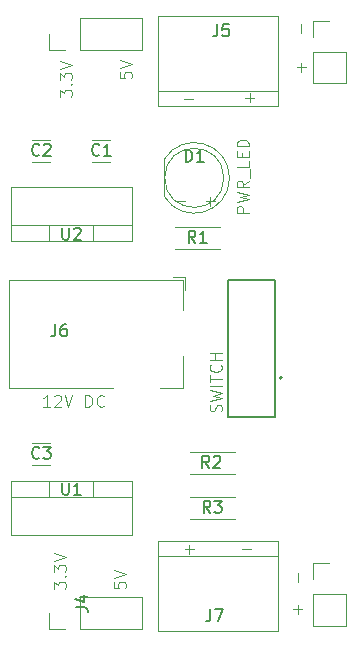
<source format=gbr>
%TF.GenerationSoftware,KiCad,Pcbnew,9.0.3*%
%TF.CreationDate,2025-07-16T16:29:30-04:00*%
%TF.ProjectId,Breadboard_Power_Supply,42726561-6462-46f6-9172-645f506f7765,rev?*%
%TF.SameCoordinates,Original*%
%TF.FileFunction,Legend,Top*%
%TF.FilePolarity,Positive*%
%FSLAX46Y46*%
G04 Gerber Fmt 4.6, Leading zero omitted, Abs format (unit mm)*
G04 Created by KiCad (PCBNEW 9.0.3) date 2025-07-16 16:29:30*
%MOMM*%
%LPD*%
G01*
G04 APERTURE LIST*
%ADD10C,0.100000*%
%ADD11C,0.150000*%
%ADD12C,0.120000*%
%ADD13C,0.127000*%
%ADD14C,0.200000*%
G04 APERTURE END LIST*
D10*
X122477884Y-101345466D02*
X123239789Y-101345466D01*
X122858836Y-101726419D02*
X122858836Y-100964514D01*
X125554800Y-89659734D02*
X125602419Y-89516877D01*
X125602419Y-89516877D02*
X125602419Y-89278782D01*
X125602419Y-89278782D02*
X125554800Y-89183544D01*
X125554800Y-89183544D02*
X125507180Y-89135925D01*
X125507180Y-89135925D02*
X125411942Y-89088306D01*
X125411942Y-89088306D02*
X125316704Y-89088306D01*
X125316704Y-89088306D02*
X125221466Y-89135925D01*
X125221466Y-89135925D02*
X125173847Y-89183544D01*
X125173847Y-89183544D02*
X125126228Y-89278782D01*
X125126228Y-89278782D02*
X125078609Y-89469258D01*
X125078609Y-89469258D02*
X125030990Y-89564496D01*
X125030990Y-89564496D02*
X124983371Y-89612115D01*
X124983371Y-89612115D02*
X124888133Y-89659734D01*
X124888133Y-89659734D02*
X124792895Y-89659734D01*
X124792895Y-89659734D02*
X124697657Y-89612115D01*
X124697657Y-89612115D02*
X124650038Y-89564496D01*
X124650038Y-89564496D02*
X124602419Y-89469258D01*
X124602419Y-89469258D02*
X124602419Y-89231163D01*
X124602419Y-89231163D02*
X124650038Y-89088306D01*
X124602419Y-88754972D02*
X125602419Y-88516877D01*
X125602419Y-88516877D02*
X124888133Y-88326401D01*
X124888133Y-88326401D02*
X125602419Y-88135925D01*
X125602419Y-88135925D02*
X124602419Y-87897830D01*
X125602419Y-87516877D02*
X124602419Y-87516877D01*
X124602419Y-87183544D02*
X124602419Y-86612116D01*
X125602419Y-86897830D02*
X124602419Y-86897830D01*
X125507180Y-85707354D02*
X125554800Y-85754973D01*
X125554800Y-85754973D02*
X125602419Y-85897830D01*
X125602419Y-85897830D02*
X125602419Y-85993068D01*
X125602419Y-85993068D02*
X125554800Y-86135925D01*
X125554800Y-86135925D02*
X125459561Y-86231163D01*
X125459561Y-86231163D02*
X125364323Y-86278782D01*
X125364323Y-86278782D02*
X125173847Y-86326401D01*
X125173847Y-86326401D02*
X125030990Y-86326401D01*
X125030990Y-86326401D02*
X124840514Y-86278782D01*
X124840514Y-86278782D02*
X124745276Y-86231163D01*
X124745276Y-86231163D02*
X124650038Y-86135925D01*
X124650038Y-86135925D02*
X124602419Y-85993068D01*
X124602419Y-85993068D02*
X124602419Y-85897830D01*
X124602419Y-85897830D02*
X124650038Y-85754973D01*
X124650038Y-85754973D02*
X124697657Y-85707354D01*
X125602419Y-85278782D02*
X124602419Y-85278782D01*
X125078609Y-85278782D02*
X125078609Y-84707354D01*
X125602419Y-84707354D02*
X124602419Y-84707354D01*
X116982419Y-60941925D02*
X116982419Y-61418115D01*
X116982419Y-61418115D02*
X117458609Y-61465734D01*
X117458609Y-61465734D02*
X117410990Y-61418115D01*
X117410990Y-61418115D02*
X117363371Y-61322877D01*
X117363371Y-61322877D02*
X117363371Y-61084782D01*
X117363371Y-61084782D02*
X117410990Y-60989544D01*
X117410990Y-60989544D02*
X117458609Y-60941925D01*
X117458609Y-60941925D02*
X117553847Y-60894306D01*
X117553847Y-60894306D02*
X117791942Y-60894306D01*
X117791942Y-60894306D02*
X117887180Y-60941925D01*
X117887180Y-60941925D02*
X117934800Y-60989544D01*
X117934800Y-60989544D02*
X117982419Y-61084782D01*
X117982419Y-61084782D02*
X117982419Y-61322877D01*
X117982419Y-61322877D02*
X117934800Y-61418115D01*
X117934800Y-61418115D02*
X117887180Y-61465734D01*
X116982419Y-60608591D02*
X117982419Y-60275258D01*
X117982419Y-60275258D02*
X116982419Y-59941925D01*
X127303884Y-101345466D02*
X128065789Y-101345466D01*
X121715884Y-71886966D02*
X122477789Y-71886966D01*
X131683337Y-106425466D02*
X132445242Y-106425466D01*
X132064289Y-106806419D02*
X132064289Y-106044514D01*
X111902419Y-63037353D02*
X111902419Y-62418306D01*
X111902419Y-62418306D02*
X112283371Y-62751639D01*
X112283371Y-62751639D02*
X112283371Y-62608782D01*
X112283371Y-62608782D02*
X112330990Y-62513544D01*
X112330990Y-62513544D02*
X112378609Y-62465925D01*
X112378609Y-62465925D02*
X112473847Y-62418306D01*
X112473847Y-62418306D02*
X112711942Y-62418306D01*
X112711942Y-62418306D02*
X112807180Y-62465925D01*
X112807180Y-62465925D02*
X112854800Y-62513544D01*
X112854800Y-62513544D02*
X112902419Y-62608782D01*
X112902419Y-62608782D02*
X112902419Y-62894496D01*
X112902419Y-62894496D02*
X112854800Y-62989734D01*
X112854800Y-62989734D02*
X112807180Y-63037353D01*
X112807180Y-61989734D02*
X112854800Y-61942115D01*
X112854800Y-61942115D02*
X112902419Y-61989734D01*
X112902419Y-61989734D02*
X112854800Y-62037353D01*
X112854800Y-62037353D02*
X112807180Y-61989734D01*
X112807180Y-61989734D02*
X112902419Y-61989734D01*
X111902419Y-61608782D02*
X111902419Y-60989735D01*
X111902419Y-60989735D02*
X112283371Y-61323068D01*
X112283371Y-61323068D02*
X112283371Y-61180211D01*
X112283371Y-61180211D02*
X112330990Y-61084973D01*
X112330990Y-61084973D02*
X112378609Y-61037354D01*
X112378609Y-61037354D02*
X112473847Y-60989735D01*
X112473847Y-60989735D02*
X112711942Y-60989735D01*
X112711942Y-60989735D02*
X112807180Y-61037354D01*
X112807180Y-61037354D02*
X112854800Y-61084973D01*
X112854800Y-61084973D02*
X112902419Y-61180211D01*
X112902419Y-61180211D02*
X112902419Y-61465925D01*
X112902419Y-61465925D02*
X112854800Y-61561163D01*
X112854800Y-61561163D02*
X112807180Y-61608782D01*
X111902419Y-60704020D02*
X112902419Y-60370687D01*
X112902419Y-60370687D02*
X111902419Y-60037354D01*
X132333466Y-57608115D02*
X132333466Y-56846211D01*
X111394419Y-104693353D02*
X111394419Y-104074306D01*
X111394419Y-104074306D02*
X111775371Y-104407639D01*
X111775371Y-104407639D02*
X111775371Y-104264782D01*
X111775371Y-104264782D02*
X111822990Y-104169544D01*
X111822990Y-104169544D02*
X111870609Y-104121925D01*
X111870609Y-104121925D02*
X111965847Y-104074306D01*
X111965847Y-104074306D02*
X112203942Y-104074306D01*
X112203942Y-104074306D02*
X112299180Y-104121925D01*
X112299180Y-104121925D02*
X112346800Y-104169544D01*
X112346800Y-104169544D02*
X112394419Y-104264782D01*
X112394419Y-104264782D02*
X112394419Y-104550496D01*
X112394419Y-104550496D02*
X112346800Y-104645734D01*
X112346800Y-104645734D02*
X112299180Y-104693353D01*
X112299180Y-103645734D02*
X112346800Y-103598115D01*
X112346800Y-103598115D02*
X112394419Y-103645734D01*
X112394419Y-103645734D02*
X112346800Y-103693353D01*
X112346800Y-103693353D02*
X112299180Y-103645734D01*
X112299180Y-103645734D02*
X112394419Y-103645734D01*
X111394419Y-103264782D02*
X111394419Y-102645735D01*
X111394419Y-102645735D02*
X111775371Y-102979068D01*
X111775371Y-102979068D02*
X111775371Y-102836211D01*
X111775371Y-102836211D02*
X111822990Y-102740973D01*
X111822990Y-102740973D02*
X111870609Y-102693354D01*
X111870609Y-102693354D02*
X111965847Y-102645735D01*
X111965847Y-102645735D02*
X112203942Y-102645735D01*
X112203942Y-102645735D02*
X112299180Y-102693354D01*
X112299180Y-102693354D02*
X112346800Y-102740973D01*
X112346800Y-102740973D02*
X112394419Y-102836211D01*
X112394419Y-102836211D02*
X112394419Y-103121925D01*
X112394419Y-103121925D02*
X112346800Y-103217163D01*
X112346800Y-103217163D02*
X112299180Y-103264782D01*
X111394419Y-102360020D02*
X112394419Y-102026687D01*
X112394419Y-102026687D02*
X111394419Y-101693354D01*
X127982424Y-63495615D02*
X127982424Y-62733711D01*
X128363377Y-63114663D02*
X127601472Y-63114663D01*
X127888419Y-72848115D02*
X126888419Y-72848115D01*
X126888419Y-72848115D02*
X126888419Y-72467163D01*
X126888419Y-72467163D02*
X126936038Y-72371925D01*
X126936038Y-72371925D02*
X126983657Y-72324306D01*
X126983657Y-72324306D02*
X127078895Y-72276687D01*
X127078895Y-72276687D02*
X127221752Y-72276687D01*
X127221752Y-72276687D02*
X127316990Y-72324306D01*
X127316990Y-72324306D02*
X127364609Y-72371925D01*
X127364609Y-72371925D02*
X127412228Y-72467163D01*
X127412228Y-72467163D02*
X127412228Y-72848115D01*
X126888419Y-71943353D02*
X127888419Y-71705258D01*
X127888419Y-71705258D02*
X127174133Y-71514782D01*
X127174133Y-71514782D02*
X127888419Y-71324306D01*
X127888419Y-71324306D02*
X126888419Y-71086211D01*
X127888419Y-70133830D02*
X127412228Y-70467163D01*
X127888419Y-70705258D02*
X126888419Y-70705258D01*
X126888419Y-70705258D02*
X126888419Y-70324306D01*
X126888419Y-70324306D02*
X126936038Y-70229068D01*
X126936038Y-70229068D02*
X126983657Y-70181449D01*
X126983657Y-70181449D02*
X127078895Y-70133830D01*
X127078895Y-70133830D02*
X127221752Y-70133830D01*
X127221752Y-70133830D02*
X127316990Y-70181449D01*
X127316990Y-70181449D02*
X127364609Y-70229068D01*
X127364609Y-70229068D02*
X127412228Y-70324306D01*
X127412228Y-70324306D02*
X127412228Y-70705258D01*
X127983657Y-69943354D02*
X127983657Y-69181449D01*
X127888419Y-68467163D02*
X127888419Y-68943353D01*
X127888419Y-68943353D02*
X126888419Y-68943353D01*
X127364609Y-68133829D02*
X127364609Y-67800496D01*
X127888419Y-67657639D02*
X127888419Y-68133829D01*
X127888419Y-68133829D02*
X126888419Y-68133829D01*
X126888419Y-68133829D02*
X126888419Y-67657639D01*
X127888419Y-67229067D02*
X126888419Y-67229067D01*
X126888419Y-67229067D02*
X126888419Y-66990972D01*
X126888419Y-66990972D02*
X126936038Y-66848115D01*
X126936038Y-66848115D02*
X127031276Y-66752877D01*
X127031276Y-66752877D02*
X127126514Y-66705258D01*
X127126514Y-66705258D02*
X127316990Y-66657639D01*
X127316990Y-66657639D02*
X127459847Y-66657639D01*
X127459847Y-66657639D02*
X127650323Y-66705258D01*
X127650323Y-66705258D02*
X127745561Y-66752877D01*
X127745561Y-66752877D02*
X127840800Y-66848115D01*
X127840800Y-66848115D02*
X127888419Y-66990972D01*
X127888419Y-66990972D02*
X127888419Y-67229067D01*
X123140115Y-63246533D02*
X122378211Y-63246533D01*
X111063693Y-89280419D02*
X110492265Y-89280419D01*
X110777979Y-89280419D02*
X110777979Y-88280419D01*
X110777979Y-88280419D02*
X110682741Y-88423276D01*
X110682741Y-88423276D02*
X110587503Y-88518514D01*
X110587503Y-88518514D02*
X110492265Y-88566133D01*
X111444646Y-88375657D02*
X111492265Y-88328038D01*
X111492265Y-88328038D02*
X111587503Y-88280419D01*
X111587503Y-88280419D02*
X111825598Y-88280419D01*
X111825598Y-88280419D02*
X111920836Y-88328038D01*
X111920836Y-88328038D02*
X111968455Y-88375657D01*
X111968455Y-88375657D02*
X112016074Y-88470895D01*
X112016074Y-88470895D02*
X112016074Y-88566133D01*
X112016074Y-88566133D02*
X111968455Y-88708990D01*
X111968455Y-88708990D02*
X111397027Y-89280419D01*
X111397027Y-89280419D02*
X112016074Y-89280419D01*
X112301789Y-88280419D02*
X112635122Y-89280419D01*
X112635122Y-89280419D02*
X112968455Y-88280419D01*
X114063694Y-89280419D02*
X114063694Y-88280419D01*
X114063694Y-88280419D02*
X114301789Y-88280419D01*
X114301789Y-88280419D02*
X114444646Y-88328038D01*
X114444646Y-88328038D02*
X114539884Y-88423276D01*
X114539884Y-88423276D02*
X114587503Y-88518514D01*
X114587503Y-88518514D02*
X114635122Y-88708990D01*
X114635122Y-88708990D02*
X114635122Y-88851847D01*
X114635122Y-88851847D02*
X114587503Y-89042323D01*
X114587503Y-89042323D02*
X114539884Y-89137561D01*
X114539884Y-89137561D02*
X114444646Y-89232800D01*
X114444646Y-89232800D02*
X114301789Y-89280419D01*
X114301789Y-89280419D02*
X114063694Y-89280419D01*
X115635122Y-89185180D02*
X115587503Y-89232800D01*
X115587503Y-89232800D02*
X115444646Y-89280419D01*
X115444646Y-89280419D02*
X115349408Y-89280419D01*
X115349408Y-89280419D02*
X115206551Y-89232800D01*
X115206551Y-89232800D02*
X115111313Y-89137561D01*
X115111313Y-89137561D02*
X115063694Y-89042323D01*
X115063694Y-89042323D02*
X115016075Y-88851847D01*
X115016075Y-88851847D02*
X115016075Y-88708990D01*
X115016075Y-88708990D02*
X115063694Y-88518514D01*
X115063694Y-88518514D02*
X115111313Y-88423276D01*
X115111313Y-88423276D02*
X115206551Y-88328038D01*
X115206551Y-88328038D02*
X115349408Y-88280419D01*
X115349408Y-88280419D02*
X115444646Y-88280419D01*
X115444646Y-88280419D02*
X115587503Y-88328038D01*
X115587503Y-88328038D02*
X115635122Y-88375657D01*
X132079466Y-104090115D02*
X132079466Y-103328211D01*
X124255884Y-71886966D02*
X125017789Y-71886966D01*
X124636836Y-72267919D02*
X124636836Y-71506014D01*
X116474419Y-104121925D02*
X116474419Y-104598115D01*
X116474419Y-104598115D02*
X116950609Y-104645734D01*
X116950609Y-104645734D02*
X116902990Y-104598115D01*
X116902990Y-104598115D02*
X116855371Y-104502877D01*
X116855371Y-104502877D02*
X116855371Y-104264782D01*
X116855371Y-104264782D02*
X116902990Y-104169544D01*
X116902990Y-104169544D02*
X116950609Y-104121925D01*
X116950609Y-104121925D02*
X117045847Y-104074306D01*
X117045847Y-104074306D02*
X117283942Y-104074306D01*
X117283942Y-104074306D02*
X117379180Y-104121925D01*
X117379180Y-104121925D02*
X117426800Y-104169544D01*
X117426800Y-104169544D02*
X117474419Y-104264782D01*
X117474419Y-104264782D02*
X117474419Y-104502877D01*
X117474419Y-104502877D02*
X117426800Y-104598115D01*
X117426800Y-104598115D02*
X117379180Y-104645734D01*
X116474419Y-103788591D02*
X117474419Y-103455258D01*
X117474419Y-103455258D02*
X116474419Y-103121925D01*
X132333466Y-60910115D02*
X132333466Y-60148211D01*
X132714419Y-60529163D02*
X131952514Y-60529163D01*
D11*
X115245333Y-67923580D02*
X115197714Y-67971200D01*
X115197714Y-67971200D02*
X115054857Y-68018819D01*
X115054857Y-68018819D02*
X114959619Y-68018819D01*
X114959619Y-68018819D02*
X114816762Y-67971200D01*
X114816762Y-67971200D02*
X114721524Y-67875961D01*
X114721524Y-67875961D02*
X114673905Y-67780723D01*
X114673905Y-67780723D02*
X114626286Y-67590247D01*
X114626286Y-67590247D02*
X114626286Y-67447390D01*
X114626286Y-67447390D02*
X114673905Y-67256914D01*
X114673905Y-67256914D02*
X114721524Y-67161676D01*
X114721524Y-67161676D02*
X114816762Y-67066438D01*
X114816762Y-67066438D02*
X114959619Y-67018819D01*
X114959619Y-67018819D02*
X115054857Y-67018819D01*
X115054857Y-67018819D02*
X115197714Y-67066438D01*
X115197714Y-67066438D02*
X115245333Y-67114057D01*
X116197714Y-68018819D02*
X115626286Y-68018819D01*
X115912000Y-68018819D02*
X115912000Y-67018819D01*
X115912000Y-67018819D02*
X115816762Y-67161676D01*
X115816762Y-67161676D02*
X115721524Y-67256914D01*
X115721524Y-67256914D02*
X115626286Y-67304533D01*
X124651332Y-106434319D02*
X124651332Y-107148604D01*
X124651332Y-107148604D02*
X124603713Y-107291461D01*
X124603713Y-107291461D02*
X124508475Y-107386700D01*
X124508475Y-107386700D02*
X124365618Y-107434319D01*
X124365618Y-107434319D02*
X124270380Y-107434319D01*
X125032285Y-106434319D02*
X125698951Y-106434319D01*
X125698951Y-106434319D02*
X125270380Y-107434319D01*
X123368333Y-75384819D02*
X123035000Y-74908628D01*
X122796905Y-75384819D02*
X122796905Y-74384819D01*
X122796905Y-74384819D02*
X123177857Y-74384819D01*
X123177857Y-74384819D02*
X123273095Y-74432438D01*
X123273095Y-74432438D02*
X123320714Y-74480057D01*
X123320714Y-74480057D02*
X123368333Y-74575295D01*
X123368333Y-74575295D02*
X123368333Y-74718152D01*
X123368333Y-74718152D02*
X123320714Y-74813390D01*
X123320714Y-74813390D02*
X123273095Y-74861009D01*
X123273095Y-74861009D02*
X123177857Y-74908628D01*
X123177857Y-74908628D02*
X122796905Y-74908628D01*
X124320714Y-75384819D02*
X123749286Y-75384819D01*
X124035000Y-75384819D02*
X124035000Y-74384819D01*
X124035000Y-74384819D02*
X123939762Y-74527676D01*
X123939762Y-74527676D02*
X123844524Y-74622914D01*
X123844524Y-74622914D02*
X123749286Y-74670533D01*
X124643333Y-98244819D02*
X124310000Y-97768628D01*
X124071905Y-98244819D02*
X124071905Y-97244819D01*
X124071905Y-97244819D02*
X124452857Y-97244819D01*
X124452857Y-97244819D02*
X124548095Y-97292438D01*
X124548095Y-97292438D02*
X124595714Y-97340057D01*
X124595714Y-97340057D02*
X124643333Y-97435295D01*
X124643333Y-97435295D02*
X124643333Y-97578152D01*
X124643333Y-97578152D02*
X124595714Y-97673390D01*
X124595714Y-97673390D02*
X124548095Y-97721009D01*
X124548095Y-97721009D02*
X124452857Y-97768628D01*
X124452857Y-97768628D02*
X124071905Y-97768628D01*
X124976667Y-97244819D02*
X125595714Y-97244819D01*
X125595714Y-97244819D02*
X125262381Y-97625771D01*
X125262381Y-97625771D02*
X125405238Y-97625771D01*
X125405238Y-97625771D02*
X125500476Y-97673390D01*
X125500476Y-97673390D02*
X125548095Y-97721009D01*
X125548095Y-97721009D02*
X125595714Y-97816247D01*
X125595714Y-97816247D02*
X125595714Y-98054342D01*
X125595714Y-98054342D02*
X125548095Y-98149580D01*
X125548095Y-98149580D02*
X125500476Y-98197200D01*
X125500476Y-98197200D02*
X125405238Y-98244819D01*
X125405238Y-98244819D02*
X125119524Y-98244819D01*
X125119524Y-98244819D02*
X125024286Y-98197200D01*
X125024286Y-98197200D02*
X124976667Y-98149580D01*
X110165333Y-67923580D02*
X110117714Y-67971200D01*
X110117714Y-67971200D02*
X109974857Y-68018819D01*
X109974857Y-68018819D02*
X109879619Y-68018819D01*
X109879619Y-68018819D02*
X109736762Y-67971200D01*
X109736762Y-67971200D02*
X109641524Y-67875961D01*
X109641524Y-67875961D02*
X109593905Y-67780723D01*
X109593905Y-67780723D02*
X109546286Y-67590247D01*
X109546286Y-67590247D02*
X109546286Y-67447390D01*
X109546286Y-67447390D02*
X109593905Y-67256914D01*
X109593905Y-67256914D02*
X109641524Y-67161676D01*
X109641524Y-67161676D02*
X109736762Y-67066438D01*
X109736762Y-67066438D02*
X109879619Y-67018819D01*
X109879619Y-67018819D02*
X109974857Y-67018819D01*
X109974857Y-67018819D02*
X110117714Y-67066438D01*
X110117714Y-67066438D02*
X110165333Y-67114057D01*
X110546286Y-67114057D02*
X110593905Y-67066438D01*
X110593905Y-67066438D02*
X110689143Y-67018819D01*
X110689143Y-67018819D02*
X110927238Y-67018819D01*
X110927238Y-67018819D02*
X111022476Y-67066438D01*
X111022476Y-67066438D02*
X111070095Y-67114057D01*
X111070095Y-67114057D02*
X111117714Y-67209295D01*
X111117714Y-67209295D02*
X111117714Y-67304533D01*
X111117714Y-67304533D02*
X111070095Y-67447390D01*
X111070095Y-67447390D02*
X110498667Y-68018819D01*
X110498667Y-68018819D02*
X111117714Y-68018819D01*
X125238666Y-56904319D02*
X125238666Y-57618604D01*
X125238666Y-57618604D02*
X125191047Y-57761461D01*
X125191047Y-57761461D02*
X125095809Y-57856700D01*
X125095809Y-57856700D02*
X124952952Y-57904319D01*
X124952952Y-57904319D02*
X124857714Y-57904319D01*
X126191047Y-56904319D02*
X125714857Y-56904319D01*
X125714857Y-56904319D02*
X125667238Y-57380509D01*
X125667238Y-57380509D02*
X125714857Y-57332890D01*
X125714857Y-57332890D02*
X125810095Y-57285271D01*
X125810095Y-57285271D02*
X126048190Y-57285271D01*
X126048190Y-57285271D02*
X126143428Y-57332890D01*
X126143428Y-57332890D02*
X126191047Y-57380509D01*
X126191047Y-57380509D02*
X126238666Y-57475747D01*
X126238666Y-57475747D02*
X126238666Y-57713842D01*
X126238666Y-57713842D02*
X126191047Y-57809080D01*
X126191047Y-57809080D02*
X126143428Y-57856700D01*
X126143428Y-57856700D02*
X126048190Y-57904319D01*
X126048190Y-57904319D02*
X125810095Y-57904319D01*
X125810095Y-57904319D02*
X125714857Y-57856700D01*
X125714857Y-57856700D02*
X125667238Y-57809080D01*
X112110095Y-95720819D02*
X112110095Y-96530342D01*
X112110095Y-96530342D02*
X112157714Y-96625580D01*
X112157714Y-96625580D02*
X112205333Y-96673200D01*
X112205333Y-96673200D02*
X112300571Y-96720819D01*
X112300571Y-96720819D02*
X112491047Y-96720819D01*
X112491047Y-96720819D02*
X112586285Y-96673200D01*
X112586285Y-96673200D02*
X112633904Y-96625580D01*
X112633904Y-96625580D02*
X112681523Y-96530342D01*
X112681523Y-96530342D02*
X112681523Y-95720819D01*
X113681523Y-96720819D02*
X113110095Y-96720819D01*
X113395809Y-96720819D02*
X113395809Y-95720819D01*
X113395809Y-95720819D02*
X113300571Y-95863676D01*
X113300571Y-95863676D02*
X113205333Y-95958914D01*
X113205333Y-95958914D02*
X113110095Y-96006533D01*
X112110095Y-74130819D02*
X112110095Y-74940342D01*
X112110095Y-74940342D02*
X112157714Y-75035580D01*
X112157714Y-75035580D02*
X112205333Y-75083200D01*
X112205333Y-75083200D02*
X112300571Y-75130819D01*
X112300571Y-75130819D02*
X112491047Y-75130819D01*
X112491047Y-75130819D02*
X112586285Y-75083200D01*
X112586285Y-75083200D02*
X112633904Y-75035580D01*
X112633904Y-75035580D02*
X112681523Y-74940342D01*
X112681523Y-74940342D02*
X112681523Y-74130819D01*
X113110095Y-74226057D02*
X113157714Y-74178438D01*
X113157714Y-74178438D02*
X113252952Y-74130819D01*
X113252952Y-74130819D02*
X113491047Y-74130819D01*
X113491047Y-74130819D02*
X113586285Y-74178438D01*
X113586285Y-74178438D02*
X113633904Y-74226057D01*
X113633904Y-74226057D02*
X113681523Y-74321295D01*
X113681523Y-74321295D02*
X113681523Y-74416533D01*
X113681523Y-74416533D02*
X113633904Y-74559390D01*
X113633904Y-74559390D02*
X113062476Y-75130819D01*
X113062476Y-75130819D02*
X113681523Y-75130819D01*
X124547333Y-94434819D02*
X124214000Y-93958628D01*
X123975905Y-94434819D02*
X123975905Y-93434819D01*
X123975905Y-93434819D02*
X124356857Y-93434819D01*
X124356857Y-93434819D02*
X124452095Y-93482438D01*
X124452095Y-93482438D02*
X124499714Y-93530057D01*
X124499714Y-93530057D02*
X124547333Y-93625295D01*
X124547333Y-93625295D02*
X124547333Y-93768152D01*
X124547333Y-93768152D02*
X124499714Y-93863390D01*
X124499714Y-93863390D02*
X124452095Y-93911009D01*
X124452095Y-93911009D02*
X124356857Y-93958628D01*
X124356857Y-93958628D02*
X123975905Y-93958628D01*
X124928286Y-93530057D02*
X124975905Y-93482438D01*
X124975905Y-93482438D02*
X125071143Y-93434819D01*
X125071143Y-93434819D02*
X125309238Y-93434819D01*
X125309238Y-93434819D02*
X125404476Y-93482438D01*
X125404476Y-93482438D02*
X125452095Y-93530057D01*
X125452095Y-93530057D02*
X125499714Y-93625295D01*
X125499714Y-93625295D02*
X125499714Y-93720533D01*
X125499714Y-93720533D02*
X125452095Y-93863390D01*
X125452095Y-93863390D02*
X124880667Y-94434819D01*
X124880667Y-94434819D02*
X125499714Y-94434819D01*
X110165333Y-93577580D02*
X110117714Y-93625200D01*
X110117714Y-93625200D02*
X109974857Y-93672819D01*
X109974857Y-93672819D02*
X109879619Y-93672819D01*
X109879619Y-93672819D02*
X109736762Y-93625200D01*
X109736762Y-93625200D02*
X109641524Y-93529961D01*
X109641524Y-93529961D02*
X109593905Y-93434723D01*
X109593905Y-93434723D02*
X109546286Y-93244247D01*
X109546286Y-93244247D02*
X109546286Y-93101390D01*
X109546286Y-93101390D02*
X109593905Y-92910914D01*
X109593905Y-92910914D02*
X109641524Y-92815676D01*
X109641524Y-92815676D02*
X109736762Y-92720438D01*
X109736762Y-92720438D02*
X109879619Y-92672819D01*
X109879619Y-92672819D02*
X109974857Y-92672819D01*
X109974857Y-92672819D02*
X110117714Y-92720438D01*
X110117714Y-92720438D02*
X110165333Y-92768057D01*
X110498667Y-92672819D02*
X111117714Y-92672819D01*
X111117714Y-92672819D02*
X110784381Y-93053771D01*
X110784381Y-93053771D02*
X110927238Y-93053771D01*
X110927238Y-93053771D02*
X111022476Y-93101390D01*
X111022476Y-93101390D02*
X111070095Y-93149009D01*
X111070095Y-93149009D02*
X111117714Y-93244247D01*
X111117714Y-93244247D02*
X111117714Y-93482342D01*
X111117714Y-93482342D02*
X111070095Y-93577580D01*
X111070095Y-93577580D02*
X111022476Y-93625200D01*
X111022476Y-93625200D02*
X110927238Y-93672819D01*
X110927238Y-93672819D02*
X110641524Y-93672819D01*
X110641524Y-93672819D02*
X110546286Y-93625200D01*
X110546286Y-93625200D02*
X110498667Y-93577580D01*
X122542905Y-68526819D02*
X122542905Y-67526819D01*
X122542905Y-67526819D02*
X122781000Y-67526819D01*
X122781000Y-67526819D02*
X122923857Y-67574438D01*
X122923857Y-67574438D02*
X123019095Y-67669676D01*
X123019095Y-67669676D02*
X123066714Y-67764914D01*
X123066714Y-67764914D02*
X123114333Y-67955390D01*
X123114333Y-67955390D02*
X123114333Y-68098247D01*
X123114333Y-68098247D02*
X123066714Y-68288723D01*
X123066714Y-68288723D02*
X123019095Y-68383961D01*
X123019095Y-68383961D02*
X122923857Y-68479200D01*
X122923857Y-68479200D02*
X122781000Y-68526819D01*
X122781000Y-68526819D02*
X122542905Y-68526819D01*
X124066714Y-68526819D02*
X123495286Y-68526819D01*
X123781000Y-68526819D02*
X123781000Y-67526819D01*
X123781000Y-67526819D02*
X123685762Y-67669676D01*
X123685762Y-67669676D02*
X123590524Y-67764914D01*
X123590524Y-67764914D02*
X123495286Y-67812533D01*
X111522666Y-82304319D02*
X111522666Y-83018604D01*
X111522666Y-83018604D02*
X111475047Y-83161461D01*
X111475047Y-83161461D02*
X111379809Y-83256700D01*
X111379809Y-83256700D02*
X111236952Y-83304319D01*
X111236952Y-83304319D02*
X111141714Y-83304319D01*
X112427428Y-82304319D02*
X112236952Y-82304319D01*
X112236952Y-82304319D02*
X112141714Y-82351938D01*
X112141714Y-82351938D02*
X112094095Y-82399557D01*
X112094095Y-82399557D02*
X111998857Y-82542414D01*
X111998857Y-82542414D02*
X111951238Y-82732890D01*
X111951238Y-82732890D02*
X111951238Y-83113842D01*
X111951238Y-83113842D02*
X111998857Y-83209080D01*
X111998857Y-83209080D02*
X112046476Y-83256700D01*
X112046476Y-83256700D02*
X112141714Y-83304319D01*
X112141714Y-83304319D02*
X112332190Y-83304319D01*
X112332190Y-83304319D02*
X112427428Y-83256700D01*
X112427428Y-83256700D02*
X112475047Y-83209080D01*
X112475047Y-83209080D02*
X112522666Y-83113842D01*
X112522666Y-83113842D02*
X112522666Y-82875747D01*
X112522666Y-82875747D02*
X112475047Y-82780509D01*
X112475047Y-82780509D02*
X112427428Y-82732890D01*
X112427428Y-82732890D02*
X112332190Y-82685271D01*
X112332190Y-82685271D02*
X112141714Y-82685271D01*
X112141714Y-82685271D02*
X112046476Y-82732890D01*
X112046476Y-82732890D02*
X111998857Y-82780509D01*
X111998857Y-82780509D02*
X111951238Y-82875747D01*
X113246819Y-106251333D02*
X113961104Y-106251333D01*
X113961104Y-106251333D02*
X114103961Y-106298952D01*
X114103961Y-106298952D02*
X114199200Y-106394190D01*
X114199200Y-106394190D02*
X114246819Y-106537047D01*
X114246819Y-106537047D02*
X114246819Y-106632285D01*
X113580152Y-105346571D02*
X114246819Y-105346571D01*
X113199200Y-105584666D02*
X113913485Y-105822761D01*
X113913485Y-105822761D02*
X113913485Y-105203714D01*
D12*
%TO.C,C1*%
X114647000Y-66689500D02*
X116177000Y-66689500D01*
X116177000Y-68529500D02*
X114647000Y-68529500D01*
%TO.C,J7*%
X120238000Y-100629500D02*
X120238000Y-108249500D01*
X120238000Y-101899500D02*
X130398000Y-101899500D01*
X120238000Y-108249500D02*
X130398000Y-108249500D01*
X130398000Y-100629500D02*
X120238000Y-100629500D01*
X130398000Y-108249500D02*
X130398000Y-100629500D01*
%TO.C,R1*%
X125455000Y-74055500D02*
X121615000Y-74055500D01*
X125455000Y-75895500D02*
X121615000Y-75895500D01*
%TO.C,R3*%
X122890000Y-96915500D02*
X126730000Y-96915500D01*
X122890000Y-98755500D02*
X126730000Y-98755500D01*
%TO.C,C2*%
X109567000Y-66689500D02*
X111097000Y-66689500D01*
X111097000Y-68529500D02*
X109567000Y-68529500D01*
%TO.C,J5*%
X120238000Y-56179500D02*
X120238000Y-63799500D01*
X120238000Y-63799500D02*
X130398000Y-63799500D01*
X130398000Y-56179500D02*
X120238000Y-56179500D01*
X130398000Y-62529500D02*
X120238000Y-62529500D01*
X130398000Y-63799500D02*
X130398000Y-56179500D01*
%TO.C,U1*%
X107762000Y-95525500D02*
X117982000Y-95525500D01*
X107762000Y-96905500D02*
X117982000Y-96905500D01*
X107762000Y-100145500D02*
X107762000Y-95525500D01*
X111022000Y-95525500D02*
X111022000Y-96905500D01*
X114722000Y-95525500D02*
X114722000Y-96905500D01*
X117982000Y-95525500D02*
X117982000Y-100145500D01*
X117982000Y-100145500D02*
X107762000Y-100145500D01*
%TO.C,U2*%
X107762000Y-70633500D02*
X117982000Y-70633500D01*
X107762000Y-75253500D02*
X107762000Y-70633500D01*
X111022000Y-75253500D02*
X111022000Y-73873500D01*
X114722000Y-75253500D02*
X114722000Y-73873500D01*
X117982000Y-70633500D02*
X117982000Y-75253500D01*
X117982000Y-73873500D02*
X107762000Y-73873500D01*
X117982000Y-75253500D02*
X107762000Y-75253500D01*
%TO.C,R2*%
X122890000Y-93105500D02*
X126730000Y-93105500D01*
X122890000Y-94945500D02*
X126730000Y-94945500D01*
%TO.C,C3*%
X109567000Y-92343500D02*
X111097000Y-92343500D01*
X111097000Y-94183500D02*
X109567000Y-94183500D01*
D13*
%TO.C,S1*%
X126112000Y-78533500D02*
X130112000Y-78533500D01*
X126112000Y-90133500D02*
X126112000Y-78533500D01*
X130112000Y-78533500D02*
X130112000Y-90133500D01*
X130112000Y-90133500D02*
X126112000Y-90133500D01*
D14*
X130712000Y-86833500D02*
G75*
G02*
X130512000Y-86833500I-100000J0D01*
G01*
X130512000Y-86833500D02*
G75*
G02*
X130712000Y-86833500I100000J0D01*
G01*
D12*
%TO.C,J2*%
X133336000Y-102500700D02*
X134716000Y-102500700D01*
X133336000Y-103880700D02*
X133336000Y-102500700D01*
X133336000Y-105150700D02*
X133336000Y-107800700D01*
X133336000Y-105150700D02*
X136096000Y-105150700D01*
X133336000Y-107800700D02*
X136096000Y-107800700D01*
X136096000Y-105150700D02*
X136096000Y-107800700D01*
%TO.C,J1*%
X133336000Y-56572500D02*
X134716000Y-56572500D01*
X133336000Y-57952500D02*
X133336000Y-56572500D01*
X133336000Y-59222500D02*
X133336000Y-61872500D01*
X133336000Y-59222500D02*
X136096000Y-59222500D01*
X133336000Y-61872500D02*
X136096000Y-61872500D01*
X136096000Y-59222500D02*
X136096000Y-61872500D01*
%TO.C,D1*%
X120721000Y-68350500D02*
X120721000Y-71440500D01*
X120721000Y-68350670D02*
G75*
G02*
X126271000Y-69895500I2560000J-1544830D01*
G01*
X126271000Y-69895500D02*
G75*
G02*
X120721000Y-71440330I-2990000J0D01*
G01*
X125781000Y-69895500D02*
G75*
G02*
X120781000Y-69895500I-2500000J0D01*
G01*
X120781000Y-69895500D02*
G75*
G02*
X125781000Y-69895500I2500000J0D01*
G01*
%TO.C,J6*%
X107612000Y-78503500D02*
X122312000Y-78503500D01*
X107612000Y-87703500D02*
X107612000Y-78503500D01*
X116412000Y-87703500D02*
X107612000Y-87703500D01*
X121462000Y-78303500D02*
X122512000Y-78303500D01*
X122312000Y-78503500D02*
X122312000Y-81103500D01*
X122312000Y-85003500D02*
X122312000Y-87703500D01*
X122312000Y-87703500D02*
X120412000Y-87703500D01*
X122512000Y-79353500D02*
X122512000Y-78303500D01*
%TO.C,J4*%
X110984000Y-108105500D02*
X110984000Y-106725500D01*
X112364000Y-108105500D02*
X110984000Y-108105500D01*
X113634000Y-105345500D02*
X118824000Y-105345500D01*
X113634000Y-108105500D02*
X113634000Y-105345500D01*
X113634000Y-108105500D02*
X118824000Y-108105500D01*
X118824000Y-108105500D02*
X118824000Y-105345500D01*
%TO.C,J3*%
X110984000Y-59083500D02*
X110984000Y-57703500D01*
X112364000Y-59083500D02*
X110984000Y-59083500D01*
X113634000Y-56323500D02*
X118824000Y-56323500D01*
X113634000Y-59083500D02*
X113634000Y-56323500D01*
X113634000Y-59083500D02*
X118824000Y-59083500D01*
X118824000Y-59083500D02*
X118824000Y-56323500D01*
%TD*%
M02*

</source>
